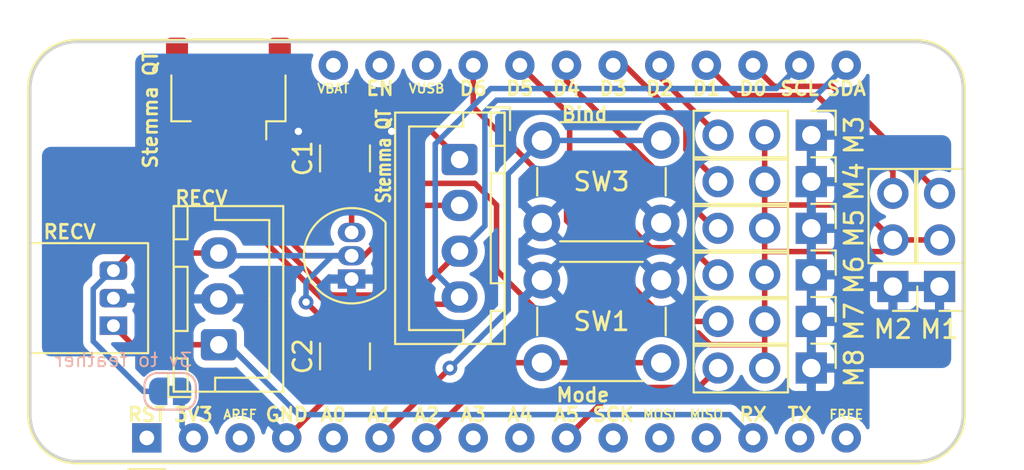
<source format=kicad_pcb>
(kicad_pcb (version 20221018) (generator pcbnew)
  (layers (0 "F.Cu" signal) (31 "B.Cu" signal) (34 "B.Paste" user) (35 "F.Paste" user) (36 "B.SilkS" user "B.Silkscreen") (37 "F.SilkS" user "F.Silkscreen") (38 "B.Mask" user) (39 "F.Mask" user) (44 "Edge.Cuts" user))
  (net 0 "")
  (net 2 "+3.3V")
  (net 4 "/PWM8")
  (net 10 "Net-(A1-RX)")
  (net 13 "/SDA")
  (net 14 "/SCL")
  (net 15 "/PWM1")
  (net 16 "/PWM2")
  (net 17 "/PMW3")
  (net 18 "/PWM4")
  (net 19 "/PWM5")
  (net 20 "/PWM6")
  (net 21 "/PWM7")
  (net 25 "BEC_POWER")
  (net 26 "GND")
  (net 27 "Net-(A1-A1)")
  (net 28 "Net-(A1-A2)")
  (net 30 "Net-(A1-3V3)")
  (footprint "MountingHole:MountingHole_2.7mm_M2.5" (layer "F.Cu") (at 27.94 27.94)
    (fp_text reference "REF**" hide)
    (fp_text value "MountingHole_2.7mm_M2.5" hide)
    (pad "" np_thru_hole circle locked (at 0 0) (size 2.7 2.7) (drill 2.7) (layers "*.Cu" "*.Mask"))
  )
  (footprint "MountingHole:MountingHole_2.7mm_M2.5" (layer "F.Cu") (at 27.94 45.72)
    (fp_text reference "REF**" hide)
    (fp_text value "MountingHole_2.7mm_M2.5" hide)
    (pad "" np_thru_hole circle locked (at 0 0) (size 2.7 2.7) (drill 2.7) (layers "*.Cu" "*.Mask"))
  )
  (footprint "MountingHole:MountingHole_2.7mm_M2.5" (layer "F.Cu") (at 73.66 45.72)
    (fp_text reference "REF**" hide)
    (fp_text value "MountingHole_2.7mm_M2.5" hide)
    (pad "" np_thru_hole circle locked (at 0 0) (size 2.7 2.7) (drill 2.7) (layers "*.Cu" "*.Mask"))
  )
  (footprint "MountingHole:MountingHole_2.7mm_M2.5" (layer "F.Cu") (at 73.66 27.94)
    (fp_text reference "REF**" hide)
    (fp_text value "MountingHole_2.7mm_M2.5" hide)
    (pad "" np_thru_hole circle locked (at 0 0) (size 2.7 2.7) (drill 2.7) (layers "*.Cu" "*.Mask"))
  )
  (footprint "Connector_PinHeader_2.54mm:PinHeader_1x03_P2.54mm_Vertical" (layer "F.Cu") (at 74.93 38.735 180)
    (fp_text reference "M1" (at 0 -2.33) (layer "F.SilkS"))
    (fp_text value "Motor_Servo")
    (fp_line (start -1.33 -1.33) (end 0 -1.33) (stroke (width 0.12)) (layer "F.SilkS"))
    (fp_line (start -1.33 0) (end -1.33 -1.33) (stroke (width 0.12)) (layer "F.SilkS"))
    (fp_line (start -1.33 1.27) (end -1.33 6.41) (stroke (width 0.12)) (layer "F.SilkS"))
    (fp_line (start -1.33 1.27) (end 1.33 1.27) (stroke (width 0.12)) (layer "F.SilkS"))
    (fp_line (start -1.33 6.41) (end 1.33 6.41) (stroke (width 0.12)) (layer "F.SilkS"))
    (fp_line (start 1.33 1.27) (end 1.33 6.41) (stroke (width 0.12)) (layer "F.SilkS"))
    (pad "1" thru_hole rect (at 0 0 180) (size 1.7 1.7) (drill 1) (layers "*.Cu" "*.Mask") (net 26 "GND"))
    (pad "2" thru_hole oval (at 0 2.54 180) (size 1.7 1.7) (drill 1) (layers "*.Cu" "*.Mask") (net 25 "BEC_POWER"))
    (pad "3" thru_hole oval (at 0 5.08 180) (size 1.7 1.7) (drill 1) (layers "*.Cu" "*.Mask") (net 15 "/PWM1"))
  )
  (footprint "Connector_PinHeader_2.54mm:PinHeader_1x03_P2.54mm_Vertical" (layer "F.Cu") (at 67.945 30.48 -90)
    (fp_text reference "M3" (at 0 -2.33 -270) (layer "F.SilkS"))
    (fp_text value "Motor_Servo")
    (fp_line (start -1.33 -1.33) (end 0 -1.33) (stroke (width 0.12)) (layer "F.SilkS"))
    (fp_line (start -1.33 0) (end -1.33 -1.33) (stroke (width 0.12)) (layer "F.SilkS"))
    (fp_line (start -1.33 1.27) (end -1.33 6.41) (stroke (width 0.12)) (layer "F.SilkS"))
    (fp_line (start -1.33 1.27) (end 1.33 1.27) (stroke (width 0.12)) (layer "F.SilkS"))
    (fp_line (start -1.33 6.41) (end 1.33 6.41) (stroke (width 0.12)) (layer "F.SilkS"))
    (fp_line (start 1.33 1.27) (end 1.33 6.41) (stroke (width 0.12)) (layer "F.SilkS"))
    (pad "1" thru_hole rect (at 0 0 270) (size 1.7 1.7) (drill 1) (layers "*.Cu" "*.Mask") (net 26 "GND"))
    (pad "2" thru_hole oval (at 0 2.54 270) (size 1.7 1.7) (drill 1) (layers "*.Cu" "*.Mask") (net 25 "BEC_POWER"))
    (pad "3" thru_hole oval (at 0 5.08 270) (size 1.7 1.7) (drill 1) (layers "*.Cu" "*.Mask") (net 17 "/PMW3"))
  )
  (footprint "Capacitor_SMD:C_1210_3225Metric" (layer "F.Cu") (at 42.545 31.75 90)
    (fp_text reference "C1" (at 0 -2.3 90) (layer "F.SilkS"))
    (fp_text value "1 µF")
    (fp_line (start -0.711252 -1.36) (end 0.711252 -1.36) (stroke (width 0.12)) (layer "F.SilkS"))
    (fp_line (start -0.711252 1.36) (end 0.711252 1.36) (stroke (width 0.12)) (layer "F.SilkS"))
    (pad "1" smd roundrect (at -1.475 0 90) (size 1.15 2.7) (layers "F.Cu" "F.Paste" "F.Mask") (roundrect_rratio 0.2173913043) (net 25 "BEC_POWER"))
    (pad "2" smd roundrect (at 1.475 0 90) (size 1.15 2.7) (layers "F.Cu" "F.Paste" "F.Mask") (roundrect_rratio 0.2173913043) (net 26 "GND"))
  )
  (footprint "Connector_PinHeader_2.54mm:PinHeader_1x03_P2.54mm_Vertical" (layer "F.Cu") (at 67.945 40.64 -90)
    (fp_text reference "M7" (at 0 -2.33 -270) (layer "F.SilkS"))
    (fp_text value "Motor_Servo")
    (fp_line (start -1.33 -1.33) (end 0 -1.33) (stroke (width 0.12)) (layer "F.SilkS"))
    (fp_line (start -1.33 0) (end -1.33 -1.33) (stroke (width 0.12)) (layer "F.SilkS"))
    (fp_line (start -1.33 1.27) (end -1.33 6.41) (stroke (width 0.12)) (layer "F.SilkS"))
    (fp_line (start -1.33 1.27) (end 1.33 1.27) (stroke (width 0.12)) (layer "F.SilkS"))
    (fp_line (start -1.33 6.41) (end 1.33 6.41) (stroke (width 0.12)) (layer "F.SilkS"))
    (fp_line (start 1.33 1.27) (end 1.33 6.41) (stroke (width 0.12)) (layer "F.SilkS"))
    (pad "1" thru_hole rect (at 0 0 270) (size 1.7 1.7) (drill 1) (layers "*.Cu" "*.Mask") (net 26 "GND"))
    (pad "2" thru_hole oval (at 0 2.54 270) (size 1.7 1.7) (drill 1) (layers "*.Cu" "*.Mask") (net 25 "BEC_POWER"))
    (pad "3" thru_hole oval (at 0 5.08 270) (size 1.7 1.7) (drill 1) (layers "*.Cu" "*.Mask") (net 21 "/PWM7"))
  )
  (footprint "Button_Switch_THT:SW_PUSH_6mm" (layer "F.Cu") (at 59.765 42.89 180)
    (fp_text reference "SW1" (at 3.25 2.25) (layer "F.SilkS"))
    (fp_text value "Mode_SW")
    (fp_line (start -0.25 1.5) (end -0.25 3) (stroke (width 0.12)) (layer "F.SilkS"))
    (fp_line (start 1 5.5) (end 5.5 5.5) (stroke (width 0.12)) (layer "F.SilkS"))
    (fp_line (start 5.5 -1) (end 1 -1) (stroke (width 0.12)) (layer "F.SilkS"))
    (fp_line (start 6.75 3) (end 6.75 1.5) (stroke (width 0.12)) (layer "F.SilkS"))
    (pad "1" thru_hole circle (at 0 0 270) (size 2 2) (drill 1.1) (layers "*.Cu" "*.Mask") (net 28 "Net-(A1-A2)"))
    (pad "1" thru_hole circle (at 6.5 0 270) (size 2 2) (drill 1.1) (layers "*.Cu" "*.Mask") (net 28 "Net-(A1-A2)"))
    (pad "2" thru_hole circle (at 0 4.5 270) (size 2 2) (drill 1.1) (layers "*.Cu" "*.Mask") (net 26 "GND"))
    (pad "2" thru_hole circle (at 6.5 4.5 270) (size 2 2) (drill 1.1) (layers "*.Cu" "*.Mask") (net 26 "GND"))
  )
  (footprint "Package_TO_SOT_THT:TO-92_Inline" (layer "F.Cu") (at 42.905 38.3275 90)
    (fp_text reference "U3" hide)
    (fp_text value "MCP1700-3302E/TO")
    (fp_line (start -0.53 1.85) (end 3.07 1.85) (stroke (width 0.12)) (layer "F.SilkS"))
    (fp_arc (start -0.568478 1.838478) (mid -1.132087 -0.994977) (end 1.27 -2.6) (stroke (width 0.12)) (layer "F.SilkS"))
    (fp_arc (start 1.27 -2.6) (mid 3.672087 -0.994977) (end 3.108478 1.838478) (stroke (width 0.12)) (layer "F.SilkS"))
    (pad "1" thru_hole rect (at 0 0 90) (size 1.05 1.5) (drill 0.75) (layers "*.Cu" "*.Mask") (net 26 "GND"))
    (pad "2" thru_hole oval (at 1.27 0 90) (size 1.05 1.5) (drill 0.75) (layers "*.Cu" "*.Mask") (net 2 "+3.3V"))
    (pad "3" thru_hole oval (at 2.54 0 90) (size 1.05 1.5) (drill 0.75) (layers "*.Cu" "*.Mask") (net 25 "BEC_POWER"))
  )
  (footprint "Button_Switch_THT:SW_PUSH_6mm" (layer "F.Cu") (at 53.265 30.77)
    (fp_text reference "SW3" (at 3.25 2.25) (layer "F.SilkS"))
    (fp_text value "Bind_SW")
    (fp_line (start -0.25 1.5) (end -0.25 3) (stroke (width 0.12)) (layer "F.SilkS"))
    (fp_line (start 1 5.5) (end 5.5 5.5) (stroke (width 0.12)) (layer "F.SilkS"))
    (fp_line (start 5.5 -1) (end 1 -1) (stroke (width 0.12)) (layer "F.SilkS"))
    (fp_line (start 6.75 3) (end 6.75 1.5) (stroke (width 0.12)) (layer "F.SilkS"))
    (pad "1" thru_hole circle (at 0 0 90) (size 2 2) (drill 1.1) (layers "*.Cu" "*.Mask") (net 27 "Net-(A1-A1)"))
    (pad "1" thru_hole circle (at 6.5 0 90) (size 2 2) (drill 1.1) (layers "*.Cu" "*.Mask") (net 27 "Net-(A1-A1)"))
    (pad "2" thru_hole circle (at 0 4.5 90) (size 2 2) (drill 1.1) (layers "*.Cu" "*.Mask") (net 26 "GND"))
    (pad "2" thru_hole circle (at 6.5 4.5 90) (size 2 2) (drill 1.1) (layers "*.Cu" "*.Mask") (net 26 "GND"))
  )
  (footprint "Connector_PinHeader_2.54mm:PinHeader_1x03_P2.54mm_Vertical" (layer "F.Cu") (at 67.945 35.56 -90)
    (fp_text reference "M5" (at 0 -2.33 -270) (layer "F.SilkS"))
    (fp_text value "Motor_Servo")
    (fp_line (start -1.33 -1.33) (end 0 -1.33) (stroke (width 0.12)) (layer "F.SilkS"))
    (fp_line (start -1.33 0) (end -1.33 -1.33) (stroke (width 0.12)) (layer "F.SilkS"))
    (fp_line (start -1.33 1.27) (end -1.33 6.41) (stroke (width 0.12)) (layer "F.SilkS"))
    (fp_line (start -1.33 1.27) (end 1.33 1.27) (stroke (width 0.12)) (layer "F.SilkS"))
    (fp_line (start -1.33 6.41) (end 1.33 6.41) (stroke (width 0.12)) (layer "F.SilkS"))
    (fp_line (start 1.33 1.27) (end 1.33 6.41) (stroke (width 0.12)) (layer "F.SilkS"))
    (pad "1" thru_hole rect (at 0 0 270) (size 1.7 1.7) (drill 1) (layers "*.Cu" "*.Mask") (net 26 "GND"))
    (pad "2" thru_hole oval (at 0 2.54 270) (size 1.7 1.7) (drill 1) (layers "*.Cu" "*.Mask") (net 25 "BEC_POWER"))
    (pad "3" thru_hole oval (at 0 5.08 270) (size 1.7 1.7) (drill 1) (layers "*.Cu" "*.Mask") (net 19 "/PWM5"))
  )
  (footprint "Connector_JST:JST_XH_B3B-XH-A_1x03_P2.50mm_Vertical" (layer "F.Cu") (at 35.67 41.91 90)
    (fp_text reference "U5" hide)
    (fp_text value "~")
    (fp_line (start -2.85 -2.75) (end -2.85 -1.5) (stroke (width 0.12)) (layer "F.SilkS"))
    (fp_line (start -2.56 -2.46) (end -2.56 3.51) (stroke (width 0.12)) (layer "F.SilkS"))
    (fp_line (start -2.56 3.51) (end 7.56 3.51) (stroke (width 0.12)) (layer "F.SilkS"))
    (fp_line (start -2.55 -2.45) (end -2.55 -1.7) (stroke (width 0.12)) (layer "F.SilkS"))
    (fp_line (start -2.55 -1.7) (end -0.75 -1.7) (stroke (width 0.12)) (layer "F.SilkS"))
    (fp_line (start -2.55 -0.2) (end -1.8 -0.2) (stroke (width 0.12)) (layer "F.SilkS"))
    (fp_line (start -1.8 -0.2) (end -1.8 2.75) (stroke (width 0.12)) (layer "F.SilkS"))
    (fp_line (start -1.8 2.75) (end 2.5 2.75) (stroke (width 0.12)) (layer "F.SilkS"))
    (fp_line (start -1.6 -2.75) (end -2.85 -2.75) (stroke (width 0.12)) (layer "F.SilkS"))
    (fp_line (start -0.75 -2.45) (end -2.55 -2.45) (stroke (width 0.12)) (layer "F.SilkS"))
    (fp_line (start -0.75 -1.7) (end -0.75 -2.45) (stroke (width 0.12)) (layer "F.SilkS"))
    (fp_line (start 0.75 -2.45) (end 0.75 -1.7) (stroke (width 0.12)) (layer "F.SilkS"))
    (fp_line (start 0.75 -1.7) (end 4.25 -1.7) (stroke (width 0.12)) (layer "F.SilkS"))
    (fp_line (start 4.25 -2.45) (end 0.75 -2.45) (stroke (width 0.12)) (layer "F.SilkS"))
    (fp_line (start 4.25 -1.7) (end 4.25 -2.45) (stroke (width 0.12)) (layer "F.SilkS"))
    (fp_line (start 5.75 -2.45) (end 5.75 -1.7) (stroke (width 0.12)) (layer "F.SilkS"))
    (fp_line (start 5.75 -1.7) (end 7.55 -1.7) (stroke (width 0.12)) (layer "F.SilkS"))
    (fp_line (start 6.8 -0.2) (end 6.8 2.75) (stroke (width 0.12)) (layer "F.SilkS"))
    (fp_line (start 6.8 2.75) (end 2.5 2.75) (stroke (width 0.12)) (layer "F.SilkS"))
    (fp_line (start 7.55 -2.45) (end 5.75 -2.45) (stroke (width 0.12)) (layer "F.SilkS"))
    (fp_line (start 7.55 -1.7) (end 7.55 -2.45) (stroke (width 0.12)) (layer "F.SilkS"))
    (fp_line (start 7.55 -0.2) (end 6.8 -0.2) (stroke (width 0.12)) (layer "F.SilkS"))
    (fp_line (start 7.56 -2.46) (end -2.56 -2.46) (stroke (width 0.12)) (layer "F.SilkS"))
    (fp_line (start 7.56 3.51) (end 7.56 -2.46) (stroke (width 0.12)) (layer "F.SilkS"))
    (pad "1" thru_hole roundrect (at 0 0 90) (size 1.7 1.95) (drill 0.95) (layers "*.Cu" "*.Mask") (roundrect_rratio 0.1470588235) (net 10 "Net-(A1-RX)"))
    (pad "2" thru_hole oval (at 2.5 0 90) (size 1.7 1.95) (drill 0.95) (layers "*.Cu" "*.Mask") (net 26 "GND"))
    (pad "3" thru_hole oval (at 5 0 90) (size 1.7 1.95) (drill 0.95) (layers "*.Cu" "*.Mask") (net 2 "+3.3V"))
  )
  (footprint "Connector_PinHeader_2.54mm:PinHeader_1x03_P2.54mm_Vertical" (layer "F.Cu") (at 67.945 43.18 -90)
    (fp_text reference "M8" (at 0 -2.33 -270) (layer "F.SilkS"))
    (fp_text value "Motor_Servo")
    (fp_line (start -1.33 -1.33) (end 0 -1.33) (stroke (width 0.12)) (layer "F.SilkS"))
    (fp_line (start -1.33 0) (end -1.33 -1.33) (stroke (width 0.12)) (layer "F.SilkS"))
    (fp_line (start -1.33 1.27) (end -1.33 6.41) (stroke (width 0.12)) (layer "F.SilkS"))
    (fp_line (start -1.33 1.27) (end 1.33 1.27) (stroke (width 0.12)) (layer "F.SilkS"))
    (fp_line (start -1.33 6.41) (end 1.33 6.41) (stroke (width 0.12)) (layer "F.SilkS"))
    (fp_line (start 1.33 1.27) (end 1.33 6.41) (stroke (width 0.12)) (layer "F.SilkS"))
    (pad "1" thru_hole rect (at 0 0 270) (size 1.7 1.7) (drill 1) (layers "*.Cu" "*.Mask") (net 26 "GND"))
    (pad "2" thru_hole oval (at 0 2.54 270) (size 1.7 1.7) (drill 1) (layers "*.Cu" "*.Mask") (net 25 "BEC_POWER"))
    (pad "3" thru_hole oval (at 0 5.08 270) (size 1.7 1.7) (drill 1) (layers "*.Cu" "*.Mask") (net 4 "/PWM8"))
  )
  (footprint "Connector_PinHeader_2.54mm:PinHeader_1x03_P2.54mm_Vertical" (layer "F.Cu") (at 67.945 38.1 -90)
    (fp_text reference "M6" (at 0 -2.33 -270) (layer "F.SilkS"))
    (fp_text value "Motor_Servo")
    (fp_line (start -1.33 -1.33) (end 0 -1.33) (stroke (width 0.12)) (layer "F.SilkS"))
    (fp_line (start -1.33 0) (end -1.33 -1.33) (stroke (width 0.12)) (layer "F.SilkS"))
    (fp_line (start -1.33 1.27) (end -1.33 6.41) (stroke (width 0.12)) (layer "F.SilkS"))
    (fp_line (start -1.33 1.27) (end 1.33 1.27) (stroke (width 0.12)) (layer "F.SilkS"))
    (fp_line (start -1.33 6.41) (end 1.33 6.41) (stroke (width 0.12)) (layer "F.SilkS"))
    (fp_line (start 1.33 1.27) (end 1.33 6.41) (stroke (width 0.12)) (layer "F.SilkS"))
    (pad "1" thru_hole rect (at 0 0 270) (size 1.7 1.7) (drill 1) (layers "*.Cu" "*.Mask") (net 26 "GND"))
    (pad "2" thru_hole oval (at 0 2.54 270) (size 1.7 1.7) (drill 1) (layers "*.Cu" "*.Mask") (net 25 "BEC_POWER"))
    (pad "3" thru_hole oval (at 0 5.08 270) (size 1.7 1.7) (drill 1) (layers "*.Cu" "*.Mask") (net 20 "/PWM6"))
  )
  (footprint "Connector_PinHeader_2.54mm:PinHeader_1x03_P2.54mm_Vertical" (layer "F.Cu") (at 72.39 38.735 180)
    (fp_text reference "M2" (at 0 -2.33) (layer "F.SilkS"))
    (fp_text value "Motor_Servo")
    (fp_line (start -1.33 -1.33) (end 0 -1.33) (stroke (width 0.12)) (layer "F.SilkS"))
    (fp_line (start -1.33 0) (end -1.33 -1.33) (stroke (width 0.12)) (layer "F.SilkS"))
    (fp_line (start -1.33 1.27) (end -1.33 6.41) (stroke (width 0.12)) (layer "F.SilkS"))
    (fp_line (start -1.33 1.27) (end 1.33 1.27) (stroke (width 0.12)) (layer "F.SilkS"))
    (fp_line (start -1.33 6.41) (end 1.33 6.41) (stroke (width 0.12)) (layer "F.SilkS"))
    (fp_line (start 1.33 1.27) (end 1.33 6.41) (stroke (width 0.12)) (layer "F.SilkS"))
    (pad "1" thru_hole rect (at 0 0 180) (size 1.7 1.7) (drill 1) (layers "*.Cu" "*.Mask") (net 26 "GND"))
    (pad "2" thru_hole oval (at 0 2.54 180) (size 1.7 1.7) (drill 1) (layers "*.Cu" "*.Mask") (net 25 "BEC_POWER"))
    (pad "3" thru_hole oval (at 0 5.08 180) (size 1.7 1.7) (drill 1) (layers "*.Cu" "*.Mask") (net 16 "/PWM2"))
  )
  (footprint "Connector_PinHeader_2.54mm:PinHeader_1x03_P2.54mm_Vertical" (layer "F.Cu") (at 67.945 33.02 -90)
    (fp_text reference "M4" (at 0 -2.33 -270) (layer "F.SilkS"))
    (fp_text value "Motor_Servo")
    (fp_line (start -1.33 -1.33) (end 0 -1.33) (stroke (width 0.12)) (layer "F.SilkS"))
    (fp_line (start -1.33 0) (end -1.33 -1.33) (stroke (width 0.12)) (layer "F.SilkS"))
    (fp_line (start -1.33 1.27) (end -1.33 6.41) (stroke (width 0.12)) (layer "F.SilkS"))
    (fp_line (start -1.33 1.27) (end 1.33 1.27) (stroke (width 0.12)) (layer "F.SilkS"))
    (fp_line (start -1.33 6.41) (end 1.33 6.41) (stroke (width 0.12)) (layer "F.SilkS"))
    (fp_line (start 1.33 1.27) (end 1.33 6.41) (stroke (width 0.12)) (layer "F.SilkS"))
    (pad "1" thru_hole rect (at 0 0 270) (size 1.7 1.7) (drill 1) (layers "*.Cu" "*.Mask") (net 26 "GND"))
    (pad "2" thru_hole oval (at 0 2.54 270) (size 1.7 1.7) (drill 1) (layers "*.Cu" "*.Mask") (net 25 "BEC_POWER"))
    (pad "3" thru_hole oval (at 0 5.08 270) (size 1.7 1.7) (drill 1) (layers "*.Cu" "*.Mask") (net 18 "/PWM4"))
  )
  (footprint "Connector_JST:JST_XH_B4B-XH-A_1x04_P2.50mm_Vertical" (layer "F.Cu") (at 48.785 31.81 -90)
    (fp_text reference "U4" hide)
    (fp_text value "~")
    (fp_line (start -2.85 -2.75) (end -2.85 -1.5) (stroke (width 0.12)) (layer "F.SilkS"))
    (fp_line (start -2.56 -2.46) (end -2.56 3.51) (stroke (width 0.12)) (layer "F.SilkS"))
    (fp_line (start -2.56 3.51) (end 10.06 3.51) (stroke (width 0.12)) (layer "F.SilkS"))
    (fp_line (start -2.55 -2.45) (end -2.55 -1.7) (stroke (width 0.12)) (layer "F.SilkS"))
    (fp_line (start -2.55 -1.7) (end -0.75 -1.7) (stroke (width 0.12)) (layer "F.SilkS"))
    (fp_line (start -2.55 -0.2) (end -1.8 -0.2) (stroke (width 0.12)) (layer "F.SilkS"))
    (fp_line (start -1.8 -0.2) (end -1.8 2.75) (stroke (width 0.12)) (layer "F.SilkS"))
    (fp_line (start -1.8 2.75) (end 3.75 2.75) (stroke (width 0.12)) (layer "F.SilkS"))
    (fp_line (start -1.6 -2.75) (end -2.85 -2.75) (stroke (width 0.12)) (layer "F.SilkS"))
    (fp_line (start -0.75 -2.45) (end -2.55 -2.45) (stroke (width 0.12)) (layer "F.SilkS"))
    (fp_line (start -0.75 -1.7) (end -0.75 -2.45) (stroke (width 0.12)) (layer "F.SilkS"))
    (fp_line (start 0.75 -2.45) (end 0.75 -1.7) (stroke (width 0.12)) (layer "F.SilkS"))
    (fp_line (start 0.75 -1.7) (end 6.75 -1.7) (stroke (width 0.12)) (layer "F.SilkS"))
    (fp_line (start 6.75 -2.45) (end 0.75 -2.45) (stroke (width 0.12)) (layer "F.SilkS"))
    (fp_line (start 6.75 -1.7) (end 6.75 -2.45) (stroke (width 0.12)) (layer "F.SilkS"))
    (fp_line (start 8.25 -2.45) (end 8.25 -1.7) (stroke (width 0.12)) (layer "F.SilkS"))
    (fp_line (start 8.25 -1.7) (end 10.05 -1.7) (stroke (width 0.12)) (layer "F.SilkS"))
    (fp_line (start 9.3 -0.2) (end 9.3 2.75) (stroke (width 0.12)) (layer "F.SilkS"))
    (fp_line (start 9.3 2.75) (end 3.75 2.75) (stroke (width 0.12)) (layer "F.SilkS"))
    (fp_line (start 10.05 -2.45) (end 8.25 -2.45) (stroke (width 0.12)) (layer "F.SilkS"))
    (fp_line (start 10.05 -1.7) (end 10.05 -2.45) (stroke (width 0.12)) (layer "F.SilkS"))
    (fp_line (start 10.05 -0.2) (end 9.3 -0.2) (stroke (width 0.12)) (layer "F.SilkS"))
    (fp_line (start 10.06 -2.46) (end -2.56 -2.46) (stroke (width 0.12)) (layer "F.SilkS"))
    (fp_line (start 10.06 3.51) (end 10.06 -2.46) (stroke (width 0.12)) (layer "F.SilkS"))
    (pad "1" thru_hole roundrect (at 0 0 270) (size 1.7 1.95) (drill 0.95) (layers "*.Cu" "*.Mask") (roundrect_rratio 0.1470588235) (net 26 "GND"))
    (pad "2" thru_hole oval (at 2.5 0 270) (size 1.7 1.95) (drill 0.95) (layers "*.Cu" "*.Mask") (net 2 "+3.3V"))
    (pad "3" thru_hole oval (at 5 0 270) (size 1.7 1.95) (drill 0.95) (layers "*.Cu" "*.Mask") (net 13 "/SDA"))
    (pad "4" thru_hole oval (at 7.5 0 270) (size 1.7 1.95) (drill 0.95) (layers "*.Cu" "*.Mask") (net 14 "/SCL"))
  )
  (footprint "Capacitor_SMD:C_1210_3225Metric" (layer "F.Cu") (at 42.545 42.545 -90)
    (fp_text reference "C2" (at 0 2.3 -90) (layer "F.SilkS"))
    (fp_text value "1 µF")
    (fp_line (start -0.711252 -1.36) (end 0.711252 -1.36) (stroke (width 0.12)) (layer "F.SilkS"))
    (fp_line (start -0.711252 1.36) (end 0.711252 1.36) (stroke (width 0.12)) (layer "F.SilkS"))
    (pad "1" smd roundrect (at -1.475 0 270) (size 1.15 2.7) (layers "F.Cu" "F.Paste" "F.Mask") (roundrect_rratio 0.2173913043) (net 2 "+3.3V"))
    (pad "2" smd roundrect (at 1.475 0 270) (size 1.15 2.7) (layers "F.Cu" "F.Paste" "F.Mask") (roundrect_rratio 0.2173913043) (net 26 "GND"))
  )
  (footprint "Connector_JST:JST_SH_SM04B-SRSS-TB_1x04-1MP_P1.00mm_Horizontal" (layer "F.Cu") (at 36.195 27.94 180)
    (fp_text reference "U1" hide)
    (fp_text value "~")
    (fp_line (start -3.11 -1.785) (end -2.06 -1.785) (stroke (width 0.12)) (layer "F.SilkS"))
    (fp_line (start -3.11 0.715) (end -3.11 -1.785) (stroke (width 0.12)) (layer "F.SilkS"))
    (fp_line (start -2.06 -1.785) (end -2.06 -2.775) (stroke (width 0.12)) (layer "F.SilkS"))
    (fp_line (start -1.94 2.685) (end 1.94 2.685) (stroke (width 0.12)) (layer "F.SilkS"))
    (fp_line (start 3.11 -1.785) (end 2.06 -1.785) (stroke (width 0.12)) (layer "F.SilkS"))
    (fp_line (start 3.11 0.715) (end 3.11 -1.785) (stroke (width 0.12)) (layer "F.SilkS"))
    (pad "1" smd roundrect (at -1.5 -2 180) (size 0.6 1.55) (layers "F.Cu" "F.Paste" "F.Mask") (net 26 "GND"))
    (pad "2" smd roundrect (at -0.5 -2 180) (size 0.6 1.55) (layers "F.Cu" "F.Paste" "F.Mask") (net 2 "+3.3V"))
    (pad "3" smd roundrect (at 0.5 -2 180) (size 0.6 1.55) (layers "F.Cu" "F.Paste" "F.Mask") (net 13 "/SDA"))
    (pad "4" smd roundrect (at 1.5 -2 180) (size 0.6 1.55) (layers "F.Cu" "F.Paste" "F.Mask") (net 14 "/SCL"))
    (pad "MP" smd roundrect (at -2.8 1.875 180) (size 1.2 1.8) (layers "F.Cu" "F.Paste" "F.Mask") (roundrect_rratio 0.2083333333))
    (pad "MP" smd roundrect (at 2.8 1.875 180) (size 1.2 1.8) (layers "F.Cu" "F.Paste" "F.Mask") (roundrect_rratio 0.2083333333))
  )
  (footprint "Project Library:JST ZHR-3" (layer "F.Cu") (at 29.929 40.87 90)
    (fp_text reference "U2" hide)
    (fp_text value "~")
    (fp_rect (start -1.5 -4.6) (end 4.5 1.892) (stroke (width 0.12)) (fill none) (layer "F.SilkS"))
    (pad "1" thru_hole rect (at 0 0 90) (size 1 1.5) (drill 0.7) (layers "*.Cu" "*.Mask") (net 10 "Net-(A1-RX)"))
    (pad "2" thru_hole roundrect (at 1.5 0 90) (size 1 1.5) (drill 0.7) (layers "*.Cu" "*.Mask") (net 26 "GND"))
    (pad "3" thru_hole roundrect (at 3 0 90) (size 1 1.5) (drill 0.7) (layers "*.Cu" "*.Mask") (net 2 "+3.3V"))
  )
  (footprint "Module:Adafruit_Feather" (layer "F.Cu") (at 31.75 46.99 90)
    (fp_text reference "A1" hide)
    (fp_text value "Adafruit_Feather_Generic")
    (fp_line (start -1.7 1) (end -1.7 -1) (stroke (width 0.12)) (layer "F.SilkS"))
    (fp_line (start -1.38 -3.81) (end -1.38 41.91) (stroke (width 0.12)) (layer "F.SilkS"))
    (fp_line (start 19.05 -6.46) (end 1.27 -6.46) (stroke (width 0.12)) (layer "F.SilkS"))
    (fp_line (start 19.05 44.56) (end 1.27 44.56) (stroke (width 0.12)) (layer "F.SilkS"))
    (fp_line (start 21.7 -3.81) (end 21.7 41.91) (stroke (width 0.12)) (layer "F.SilkS"))
    (fp_arc (start -1.38 -3.81) (mid -0.603833 -5.683833) (end 1.27 -6.46) (stroke (width 0.12)) (layer "F.SilkS"))
    (fp_arc (start 1.27 44.56) (mid -0.603833 43.783833) (end -1.38 41.91) (stroke (width 0.12)) (layer "F.SilkS"))
    (fp_arc (start 19.05 -6.46) (mid 20.923833 -5.683833) (end 21.7 -3.81) (stroke (width 0.12)) (layer "F.SilkS"))
    (fp_arc (start 21.7 41.91) (mid 20.923833 43.783833) (end 19.05 44.56) (stroke (width 0.12)) (layer "F.SilkS"))
    (pad "1" thru_hole rect (at 0 0 270) (size 1.6 1.6) (drill 0.8) (layers "*.Cu" "*.Mask"))
    (pad "2" thru_hole circle (at 0 2.54 270) (size 1.6 1.6) (drill 0.8) (layers "*.Cu" "*.Mask") (net 30 "Net-(A1-3V3)"))
    (pad "3" thru_hole circle (at 0 5.08 270) (size 1.6 1.6) (drill 0.8) (layers "*.Cu" "*.Mask"))
    (pad "4" thru_hole circle (at 0 7.62 270) (size 1.6 1.6) (drill 0.8) (layers "*.Cu" "*.Mask") (net 26 "GND"))
    (pad "5" thru_hole circle (at 0 10.16 270) (size 1.6 1.6) (drill 0.8) (layers "*.Cu" "*.Mask"))
    (pad "6" thru_hole circle (at 0 12.7 270) (size 1.6 1.6) (drill 0.8) (layers "*.Cu" "*.Mask") (net 27 "Net-(A1-A1)"))
    (pad "7" thru_hole circle (at 0 15.24 270) (size 1.6 1.6) (drill 0.8) (layers "*.Cu" "*.Mask") (net 28 "Net-(A1-A2)"))
    (pad "8" thru_hole circle (at 0 17.78 270) (size 1.6 1.6) (drill 0.8) (layers "*.Cu" "*.Mask"))
    (pad "9" thru_hole circle (at 0 20.32 270) (size 1.6 1.6) (drill 0.8) (layers "*.Cu" "*.Mask"))
    (pad "10" thru_hole circle (at 0 22.86 270) (size 1.6 1.6) (drill 0.8) (layers "*.Cu" "*.Mask") (net 4 "/PWM8"))
    (pad "11" thru_hole circle (at 0 25.4 270) (size 1.6 1.6) (drill 0.8) (layers "*.Cu" "*.Mask"))
    (pad "12" thru_hole circle (at 0 27.94 270) (size 1.6 1.6) (drill 0.8) (layers "*.Cu" "*.Mask"))
    (pad "13" thru_hole circle (at 0 30.48 270) (size 1.6 1.6) (drill 0.8) (layers "*.Cu" "*.Mask"))
    (pad "14" thru_hole circle (at 0 33.02 270) (size 1.6 1.6) (drill 0.8) (layers "*.Cu" "*.Mask") (net 10 "Net-(A1-RX)"))
    (pad "15" thru_hole circle (at 0 35.56 270) (size 1.6 1.6) (drill 0.8) (layers "*.Cu" "*.Mask"))
    (pad "16" thru_hole circle (at 0 38.1 270) (size 1.6 1.6) (drill 0.8) (layers "*.Cu" "*.Mask"))
    (pad "17" thru_hole circle (at 20.32 38.1 270) (size 1.6 1.6) (drill 0.8) (layers "*.Cu" "*.Mask") (net 13 "/SDA"))
    (pad "18" thru_hole circle (at 20.32 35.56 270) (size 1.6 1.6) (drill 0.8) (layers "*.Cu" "*.Mask") (net 14 "/SCL"))
    (pad "19" thru_hole circle (at 20.32 33.02 270) (size 1.6 1.6) (drill 0.8) (layers "*.Cu" "*.Mask") (net 15 "/PWM1"))
    (pad "20" thru_hole circle (at 20.32 30.48 270) (size 1.6 1.6) (drill 0.8) (layers "*.Cu" "*.Mask") (net 16 "/PWM2"))
    (pad "21" thru_hole circle (at 20.32 27.94 270) (size 1.6 1.6) (drill 0.8) (layers "*.Cu" "*.Mask") (net 17 "/PMW3"))
    (pad "22" thru_hole circle (at 20.32 25.4 270) (size 1.6 1.6) (drill 0.8) (layers "*.Cu" "*.Mask") (net 18 "/PWM4"))
    (pad "23" thru_hole circle (at 20.32 22.86 270) (size 1.6 1.6) (drill 0.8) (layers "*.Cu" "*.Mask") (net 19 "/PWM5"))
    (pad "24" thru_hole circle (at 20.32 20.32 270) (size 1.6 1.6) (drill 0.8) (layers "*.Cu" "*.Mask") (net 20 "/PWM6"))
    (pad "25" thru_hole circle (at 20.32 17.78 270) (size 1.6 1.6) (drill 0.8) (layers "*.Cu" "*.Mask") (net 21 "/PWM7"))
    (pad "26" thru_hole circle (at 20.32 15.24 270) (size 1.6 1.6) (drill 0.8) (layers "*.Cu" "*.Mask"))
    (pad "27" thru_hole circle (at 20.32 12.7 270) (size 1.6 1.6) (drill 0.8) (layers "*.Cu" "*.Mask"))
    (pad "28" thru_hole circle (at 20.32 10.16 270) (size 1.6 1.6) (drill 0.8) (layers "*.Cu" "*.Mask"))
  )
  (footprint "Jumper:SolderJumper-2_P1.3mm_Bridged_RoundedPad1.0x1.5mm" (layer "B.Cu") (at 33.02 44.45 180)
    (fp_text reference "JP1" hide)
    (fp_text value "SolderJumper_2_Bridged")
    (fp_poly (pts (xy 0.25 0.3) (xy -0.25 0.3) (xy -0.25 -0.3) (xy 0.25 -0.3)) (fill solid) (layer "B.Cu"))
    (fp_line (start -1.4 -0.3) (end -1.4 0.3) (stroke (width 0.12)) (layer "B.SilkS"))
    (fp_line (start -0.7 1) (end 0.7 1) (stroke (width 0.12)) (layer "B.SilkS"))
    (fp_line (start 0.7 -1) (end -0.7 -1) (stroke (width 0.12)) (layer "B.SilkS"))
    (fp_line (start 1.4 0.3) (end 1.4 -0.3) (stroke (width 0.12)) (layer "B.SilkS"))
    (fp_arc (start -1.4 -0.3) (mid -1.194975 -0.794975) (end -0.7 -1) (stroke (width 0.12)) (layer "B.SilkS"))
    (fp_arc (start -0.7 1) (mid -1.194975 0.794975) (end -1.4 0.3) (stroke (width 0.12)) (layer "B.SilkS"))
    (fp_arc (start 0.7 -1) (mid 1.194975 -0.794975) (end 1.4 -0.3) (stroke (width 0.12)) (layer "B.SilkS"))
    (fp_arc (start 1.4 0.3) (mid 1.194975 0.794975) (end 0.7 1) (stroke (width 0.12)) (layer "B.SilkS"))
    (pad "1" smd custom (at -0.65 0 180) (size 1 0.5) (layers "B.Cu" "B.Mask") (net 30 "Net-(A1-3V3)") (options (clearance outline) (anchor rect)) (primitives (gr_circle (center 0 -0.25) (end 0.5 -0.25) (width 0) (fill yes)) (gr_circle (center 0 0.25) (end 0.5 0.25) (width 0) (fill yes)) (gr_poly (pts (xy 0.5 -0.75) (xy 0 -0.75) (xy 0 0.75) (xy 0.5 0.75)) (width 0) (fill yes))))
    (pad "2" smd custom (at 0.65 0 180) (size 1 0.5) (layers "B.Cu" "B.Mask") (net 2 "+3.3V") (options (clearance outline) (anchor rect)) (primitives (gr_circle (center 0 -0.25) (end 0.5 -0.25) (width 0) (fill yes)) (gr_circle (center 0 0.25) (end 0.5 0.25) (width 0) (fill yes)) (gr_poly (pts (xy 0 -0.75) (xy -0.5 -0.75) (xy -0.5 0.75) (xy 0 0.75)) (width 0) (fill yes))))
  )
  (gr_line (start 76.2 27.94) (end 76.2 45.72) (stroke (width 0.15)) (layer "Edge.Cuts"))
  (gr_arc (start 27.94 48.26) (mid 26.143949 47.516051) (end 25.4 45.72) (stroke (width 0.15)) (layer "Edge.Cuts"))
  (gr_arc (start 73.66 25.4) (mid 75.456051 26.143949) (end 76.2 27.94) (stroke (width 0.15)) (layer "Edge.Cuts"))
  (gr_arc (start 76.2 45.72) (mid 75.456051 47.516051) (end 73.66 48.26) (stroke (width 0.15)) (layer "Edge.Cuts"))
  (gr_line (start 73.66 48.26) (end 27.94 48.26) (stroke (width 0.15)) (layer "Edge.Cuts"))
  (gr_line (start 27.94 25.4) (end 73.66 25.4) (stroke (width 0.15)) (layer "Edge.Cuts"))
  (gr_line (start 25.4 45.72) (end 25.4 27.94) (stroke (width 0.15)) (layer "Edge.Cuts"))
  (gr_arc (start 25.4 27.94) (mid 26.143949 26.143949) (end 27.94 25.4) (stroke (width 0.15)) (layer "Edge.Cuts"))
  (gr_text "3v to feather" (at 34.29 43.18) (layer "B.SilkS") (effects (font (size 0.75 0.75) (thickness 0.1)) (justify left bottom mirror)))
  (gr_text "3V3" (at 34.29 45.72) (layer "F.SilkS") (effects (font (size 0.75 0.75))))
  (gr_text "AREF" (at 36.83 45.72) (layer "F.SilkS") (effects (font (size 0.5 0.5) (thickness 0.1))))
  (gr_text "GND" (at 39.37 45.72) (layer "F.SilkS") (effects (font (size 0.75 0.75))))
  (gr_text "A0" (at 41.91 45.72) (layer "F.SilkS") (effects (font (size 0.75 0.75))))
  (gr_text "A1" (at 44.45 45.72) (layer "F.SilkS") (effects (font (size 0.75 0.75))))
  (gr_text "A2" (at 46.99 45.72) (layer "F.SilkS") (effects (font (size 0.75 0.75))))
  (gr_text "A3" (at 49.53 45.72) (layer "F.SilkS") (effects (font (size 0.75 0.75))))
  (gr_text "A4" (at 52.07 45.72) (layer "F.SilkS") (effects (font (size 0.75 0.75))))
  (gr_text "A5" (at 54.61 45.72) (layer "F.SilkS") (effects (font (size 0.75 0.75))))
  (gr_text "SCK" (at 57.15 45.72) (layer "F.SilkS") (effects (font (size 0.75 0.75))))
  (gr_text "MOSI" (at 59.69 45.72) (layer "F.SilkS") (effects (font (size 0.5 0.5) (thickness 0.1))))
  (gr_text "MISO" (at 62.23 45.72) (layer "F.SilkS") (effects (font (size 0.5 0.5) (thickness 0.1))))
  (gr_text "RX" (at 64.77 45.72) (layer "F.SilkS") (effects (font (size 0.75 0.75))))
  (gr_text "TX" (at 67.31 45.72) (layer "F.SilkS") (effects (font (size 0.75 0.75))))
  (gr_text "FREE" (at 69.85 45.72) (layer "F.SilkS") (effects (font (size 0.5 0.5) (thickness 0.1))))
  (gr_text "SDA" (at 69.85 27.94) (layer "F.SilkS") (effects (font (size 0.75 0.75))))
  (gr_text "SCL" (at 67.31 27.94) (layer "F.SilkS") (effects (font (size 0.75 0.75))))
  (gr_text "D0" (at 64.77 27.94) (layer "F.SilkS") (effects (font (size 0.75 0.75))))
  (gr_text "D1" (at 62.23 27.94) (layer "F.SilkS") (effects (font (size 0.75 0.75))))
  (gr_text "D2" (at 59.69 27.94) (layer "F.SilkS") (effects (font (size 0.75 0.75))))
  (gr_text "D3" (at 57.15 27.94) (layer "F.SilkS") (effects (font (size 0.75 0.75))))
  (gr_text "D4" (at 54.61 27.94) (layer "F.SilkS") (effects (font (size 0.75 0.75))))
  (gr_text "D5" (at 52.07 27.94) (layer "F.SilkS") (effects (font (size 0.75 0.75))))
  (gr_text "D6" (at 49.53 27.94) (layer "F.SilkS") (effects (font (size 0.75 0.75))))
  (gr_text "EN" (at 44.45 27.94) (layer "F.SilkS") (effects (font (size 0.75 0.75))))
  (gr_text "VBAT" (at 41.91 27.94) (layer "F.SilkS") (effects (font (size 0.5 0.5) (thickness 0.1))))
  (gr_text "VUSB" (at 46.99 27.94) (layer "F.SilkS") (effects (font (size 0.5 0.5) (thickness 0.1))))
  (gr_text "Stemma QT" (at 45.085 34.29 90) (layer "F.SilkS") (effects (font (size 0.75 0.6) (thickness 0.15) bold) (justify left bottom)))
  (gr_text "RST" (at 31.75 45.72) (layer "F.SilkS") (effects (font (size 0.75 0.75))))
  (gr_text "RECV" (at 33.21 34.35) (layer "F.SilkS") (effects (font (size 0.75 0.75) (thickness 0.15) bold) (justify left bottom)))
  (gr_text "Stemma QT" (at 32.385 32.385 90) (layer "F.SilkS") (effects (font (size 0.75 0.75) (thickness 0.15) bold) (justify left bottom)))
  (gr_text "Mode" (at 53.975 45.085) (layer "F.SilkS") (effects (font (size 0.75 0.75)) (justify left bottom)))
  (gr_text "Bind" (at 54.265 29.77) (layer "F.SilkS") (effects (font (size 0.75 0.75)) (justify left bottom)))
  (gr_text "RECV" (at 26.035 36.195) (layer "F.SilkS") (effects (font (size 0.75 0.75) (thickness 0.15) bold) (justify left bottom)))
  (segment (start 48.785 34.31) (end 46.335 34.31) (width 0.3) (layer "F.Cu") (net 2))
  (segment (start 36.695 33.385394) (end 40.367106 37.0575) (width 0.3) (layer "F.Cu") (net 2))
  (segment (start 36.695 29.94) (end 36.695 33.385394) (width 0.3) (layer "F.Cu") (net 2))
  (segment (start 46.335 34.31) (end 43.5875 37.0575) (width 0.3) (layer "F.Cu") (net 2))
  (segment (start 41.81794 40.9825) (end 42.545 40.9825) (width 0.3) (layer "F.Cu") (net 2))
  (segment (start 40.42272 39.58728) (end 41.81794 40.9825) (width 0.3) (layer "F.Cu") (net 2))
  (segment (start 29.929 37.87) (end 30.889 36.91) (width 0.3) (layer "F.Cu") (net 2))
  (segment (start 43.5875 37.0575) (end 42.905 37.0575) (width 0.3) (layer "F.Cu") (net 2))
  (segment (start 40.367106 37.0575) (end 42.905 37.0575) (width 0.3) (layer "F.Cu") (net 2))
  (segment (start 30.889 36.91) (end 35.67 36.91) (width 0.3) (layer "F.Cu") (net 2))
  (via (at 40.42272 39.58728) (size 0.8) (drill 0.4) (layers "F.Cu" "B.Cu") (net 2))
  (segment (start 42.905 37.0575) (end 35.8175 37.0575) (width 0.3) (layer "B.Cu") (net 2))
  (segment (start 40.42272 38.48978) (end 40.42272 39.58728) (width 0.3) (layer "B.Cu") (net 2))
  (segment (start 42.905 37.0575) (end 41.855 37.0575) (width 0.3) (layer "B.Cu") (net 2))
  (segment (start 41.855 37.0575) (end 40.42272 38.48978) (width 0.3) (layer "B.Cu") (net 2))
  (segment (start 28.829 41.72) (end 28.829 38.871472) (width 0.3) (layer "B.Cu") (net 2))
  (segment (start 29.830472 37.87) (end 29.929 37.87) (width 0.3) (layer "B.Cu") (net 2))
  (segment (start 31.559 44.45) (end 28.829 41.72) (width 0.3) (layer "B.Cu") (net 2))
  (segment (start 32.37 44.45) (end 31.559 44.45) (width 0.3) (layer "B.Cu") (net 2))
  (segment (start 35.8175 37.0575) (end 35.67 36.91) (width 0.3) (layer "B.Cu") (net 2))
  (segment (start 28.829 38.871472) (end 29.830472 37.87) (width 0.3) (layer "B.Cu") (net 2))
  (segment (start 61.805 44.24) (end 57.36 44.24) (width 0.3) (layer "F.Cu") (net 4))
  (segment (start 62.865 43.18) (end 61.805 44.24) (width 0.3) (layer "F.Cu") (net 4))
  (segment (start 57.36 44.24) (end 54.61 46.99) (width 0.3) (layer "F.Cu") (net 4))
  (segment (start 36.195 41.91) (end 30.969 41.91) (width 0.3) (layer "F.Cu") (net 10))
  (segment (start 30.969 41.91) (end 29.929 40.87) (width 0.3) (layer "F.Cu") (net 10))
  (segment (start 36.195 41.91) (end 40.005 45.72) (width 0.3) (layer "B.Cu") (net 10))
  (segment (start 64.77 46.99) (end 63.5 45.72) (width 0.3) (layer "B.Cu") (net 10))
  (segment (start 35.67 41.91) (end 36.195 41.91) (width 0.3) (layer "B.Cu") (net 10))
  (segment (start 63.5 45.72) (end 40.005 45.72) (width 0.3) (layer "B.Cu") (net 10))
  (segment (start 35.695 29.94) (end 35.695 33.0925) (width 0.3) (layer "F.Cu") (net 13))
  (segment (start 46.3925 39.2025) (end 48.785 36.81) (width 0.3) (layer "F.Cu") (net 13))
  (segment (start 41.805 39.2025) (end 46.3925 39.2025) (width 0.3) (layer "F.Cu") (net 13))
  (segment (start 35.695 33.0925) (end 41.805 39.2025) (width 0.3) (layer "F.Cu") (net 13))
  (segment (start 50.8 28.575) (end 50.165 29.21) (width 0.3) (layer "B.Cu") (net 13))
  (segment (start 50.165 29.21) (end 50.165 35.43) (width 0.3) (layer "B.Cu") (net 13))
  (segment (start 50.165 35.43) (end 48.785 36.81) (width 0.3) (layer "B.Cu") (net 13))
  (segment (start 67.945 28.575) (end 50.8 28.575) (width 0.3) (layer "B.Cu") (net 13))
  (segment (start 69.85 26.67) (end 67.945 28.575) (width 0.3) (layer "B.Cu") (net 13))
  (segment (start 34.695 32.799606) (end 41.597893 39.7025) (width 0.3) (layer "F.Cu") (net 14))
  (segment (start 34.695 29.94) (end 34.695 32.799606) (width 0.3) (layer "F.Cu") (net 14))
  (segment (start 41.597893 39.7025) (end 48.3925 39.7025) (width 0.3) (layer "F.Cu") (net 14))
  (segment (start 48.3925 39.7025) (end 48.785 39.31) (width 0.3) (layer "F.Cu") (net 14))
  (segment (start 67.31 26.67) (end 66.04 27.94) (width 0.3) (layer "B.Cu") (net 14))
  (segment (start 47.46 37.985) (end 48.785 39.31) (width 0.3) (layer "B.Cu") (net 14))
  (segment (start 66.04 27.94) (end 50.481472 27.94) (width 0.3) (layer "B.Cu") (net 14))
  (segment (start 50.481472 27.94) (end 47.46 30.961472) (width 0.3) (layer "B.Cu") (net 14))
  (segment (start 47.46 30.961472) (end 47.46 37.985) (width 0.3) (layer "B.Cu") (net 14))
  (segment (start 74.93 33.655) (end 69.095 27.82) (width 0.3) (layer "F.Cu") (net 15))
  (segment (start 65.92 27.82) (end 64.77 26.67) (width 0.3) (layer "F.Cu") (net 15))
  (segment (start 69.095 27.82) (end 65.92 27.82) (width 0.3) (layer "F.Cu") (net 15))
  (segment (start 63.88 28.32) (end 62.23 26.67) (width 0.3) (layer "F.Cu") (net 16))
  (segment (start 68.257081 28.32) (end 63.88 28.32) (width 0.3) (layer "F.Cu") (net 16))
  (segment (start 72.39 33.655) (end 72.39 32.452919) (width 0.3) (layer "F.Cu") (net 16))
  (segment (start 72.39 32.452919) (end 68.257081 28.32) (width 0.3) (layer "F.Cu") (net 16))
  (segment (start 59.69 27.305) (end 59.69 26.67) (width 0.3) (layer "F.Cu") (net 17))
  (segment (start 62.865 30.48) (end 59.69 27.305) (width 0.3) (layer "F.Cu") (net 17))
  (segment (start 61.115 31.27) (end 61.115 30) (width 0.3) (layer "F.Cu") (net 18))
  (segment (start 61.115 30) (end 57.785 26.67) (width 0.3) (layer "F.Cu") (net 18))
  (segment (start 57.785 26.67) (end 57.15 26.67) (width 0.3) (layer "F.Cu") (net 18))
  (segment (start 62.865 33.02) (end 61.115 31.27) (width 0.3) (layer "F.Cu") (net 18))
  (segment (start 54.61 27.524189) (end 54.61 26.67) (width 0.3) (layer "F.Cu") (net 19))
  (segment (start 62.645811 35.56) (end 54.61 27.524189) (width 0.3) (layer "F.Cu") (net 19))
  (segment (start 62.865 35.56) (end 62.645811 35.56) (width 0.3) (layer "F.Cu") (net 19))
  (segment (start 54.781852 29.381852) (end 52.07 26.67) (width 0.3) (layer "F.Cu") (net 20))
  (segment (start 54.781852 32.196041) (end 54.781852 29.381852) (width 0.3) (layer "F.Cu") (net 20))
  (segment (start 62.865 38.1) (end 61.385 36.62) (width 0.3) (layer "F.Cu") (net 20))
  (segment (start 59.205811 36.62) (end 54.781852 32.196041) (width 0.3) (layer "F.Cu") (net 20))
  (segment (start 61.385 36.62) (end 59.205811 36.62) (width 0.3) (layer "F.Cu") (net 20))
  (segment (start 54.615 34.029189) (end 49.53 28.944189) (width 0.3) (layer "F.Cu") (net 21))
  (segment (start 54.615 35.149189) (end 54.615 34.029189) (width 0.3) (layer "F.Cu") (net 21))
  (segment (start 49.53 28.944189) (end 49.53 26.67) (width 0.3) (layer "F.Cu") (net 21))
  (segment (start 62.865 40.64) (end 60.105811 40.64) (width 0.3) (layer "F.Cu") (net 21))
  (segment (start 60.105811 40.64) (end 54.615 35.149189) (width 0.3) (layer "F.Cu") (net 21))
  (segment (start 74.93 36.195) (end 72.39 36.195) (width 0.3) (layer "F.Cu") (net 25))
  (segment (start 54.240811 41.275) (end 61.802943 41.275) (width 0.3) (layer "F.Cu") (net 25))
  (segment (start 42.905 33.585) (end 42.905 35.56) (width 0.3) (layer "F.Cu") (net 25))
  (segment (start 42.66 33.11) (end 49.62 33.11) (width 0.3) (layer "F.Cu") (net 25))
  (segment (start 50.8 37.834189) (end 54.240811 41.275) (width 0.3) (layer "F.Cu") (net 25))
  (segment (start 42.545 33.225) (end 42.66 33.11) (width 0.3) (layer "F.Cu") (net 25))
  (segment (start 72.39 36.195) (end 70.485 34.29) (width 0.3) (layer "F.Cu") (net 25))
  (segment (start 65.405 41.91) (end 65.405 43.18) (width 0.3) (layer "F.Cu") (net 25))
  (segment (start 50.8 34.29) (end 50.8 37.834189) (width 0.3) (layer "F.Cu") (net 25))
  (segment (start 62.437943 41.91) (end 65.405 41.91) (width 0.3) (layer "F.Cu") (net 25))
  (segment (start 65.405 30.48) (end 65.405 34.29) (width 0.3) (layer "F.Cu") (net 25))
  (segment (start 61.802943 41.275) (end 62.437943 41.91) (width 0.3) (layer "F.Cu") (net 25))
  (segment (start 65.405 36.83) (end 65.405 41.91) (width 0.3) (layer "F.Cu") (net 25))
  (segment (start 70.485 34.29) (end 65.405 34.29) (width 0.3) (layer "F.Cu") (net 25))
  (segment (start 71.755 36.83) (end 65.405 36.83) (width 0.3) (layer "F.Cu") (net 25))
  (segment (start 65.405 34.29) (end 65.405 36.83) (width 0.3) (layer "F.Cu") (net 25))
  (segment (start 42.545 33.225) (end 42.905 33.585) (width 0.3) (layer "F.Cu") (net 25))
  (segment (start 49.62 33.11) (end 50.8 34.29) (width 0.3) (layer "F.Cu") (net 25))
  (segment (start 72.39 36.195) (end 71.755 36.83) (width 0.3) (layer "F.Cu") (net 25))
  (segment (start 42.2525 44.1075) (end 39.37 46.99) (width 0.3) (layer "F.Cu") (net 26))
  (segment (start 38.03 30.275) (end 37.695 29.94) (width 0.3) (layer "F.Cu") (net 26))
  (segment (start 42.545 44.1075) (end 42.2525 44.1075) (width 0.3) (layer "F.Cu") (net 26))
  (segment (start 42.545 30.275) (end 45.085 30.275) (width 0.3) (layer "F.Cu") (net 26))
  (segment (start 40.005 30.275) (end 38.03 30.275) (width 0.3) (layer "F.Cu") (net 26))
  (segment (start 47.25 30.275) (end 45.085 30.275) (width 0.3) (layer "F.Cu") (net 26))
  (segment (start 42.545 30.275) (end 40.005 30.275) (width 0.3) (layer "F.Cu") (net 26))
  (segment (start 48.785 31.81) (end 47.25 30.275) (width 0.3) (layer "F.Cu") (net 26))
  (via (at 45.085 30.275) (size 0.8) (drill 0.4) (layers "F.Cu" "B.Cu") (net 26))
  (via (at 40.005 30.275) (size 0.8) (drill 0.4) (layers "F.Cu" "B.Cu") (net 26))
  (segment (start 44.45 46.99) (end 48.26 43.18) (width 0.3) (layer "F.Cu") (net 27))
  (via (at 48.26 43.18) (size 0.8) (drill 0.4) (layers "F.Cu" "B.Cu") (net 27))
  (segment (start 48.26 43.18) (end 51.435 40.005) (width 0.3) (layer "B.Cu") (net 27))
  (segment (start 51.435 40.005) (end 51.435 32.6) (width 0.3) (layer "B.Cu") (net 27))
  (segment (start 59.765 30.77) (end 53.265 30.77) (width 0.3) (layer "B.Cu") (net 27))
  (segment (start 51.435 32.6) (end 53.265 30.77) (width 0.3) (layer "B.Cu") (net 27))
  (segment (start 46.99 46.99) (end 51.09 42.89) (width 0.3) (layer "F.Cu") (net 28))
  (segment (start 51.09 42.89) (end 53.265 42.89) (width 0.3) (layer "F.Cu") (net 28))
  (segment (start 53.265 42.89) (end 59.765 42.89) (width 0.3) (layer "F.Cu") (net 28))
  (segment (start 33.67 44.45) (end 33.67 46.37) (width 0.3) (layer "B.Cu") (net 30))
  (segment (start 33.67 46.37) (end 34.29 46.99) (width 0.3) (layer "B.Cu") (net 30))
  (zone (net 26) (net_name "GND") (layer "B.Cu") (name "GND") (connect_pads (clearance 0.4)) (min_thickness 0.2) (fill yes (thermal_gap 0.4) (thermal_bridge_width 0.5) (smoothing fillet) (radius 0.5))
    (polygon (pts (xy 31.115 26.035) (xy 71.12 26.035) (xy 71.12 30.48) (xy 75.565 30.48) (xy 75.565 43.18) (xy 71.12 43.18) (xy 71.12 47.625) (xy 31.115 47.625) (xy 31.115 42.545) (xy 26.035 42.545) (xy 26.035 31.115) (xy 31.115 31.115)))
  )
)
</source>
